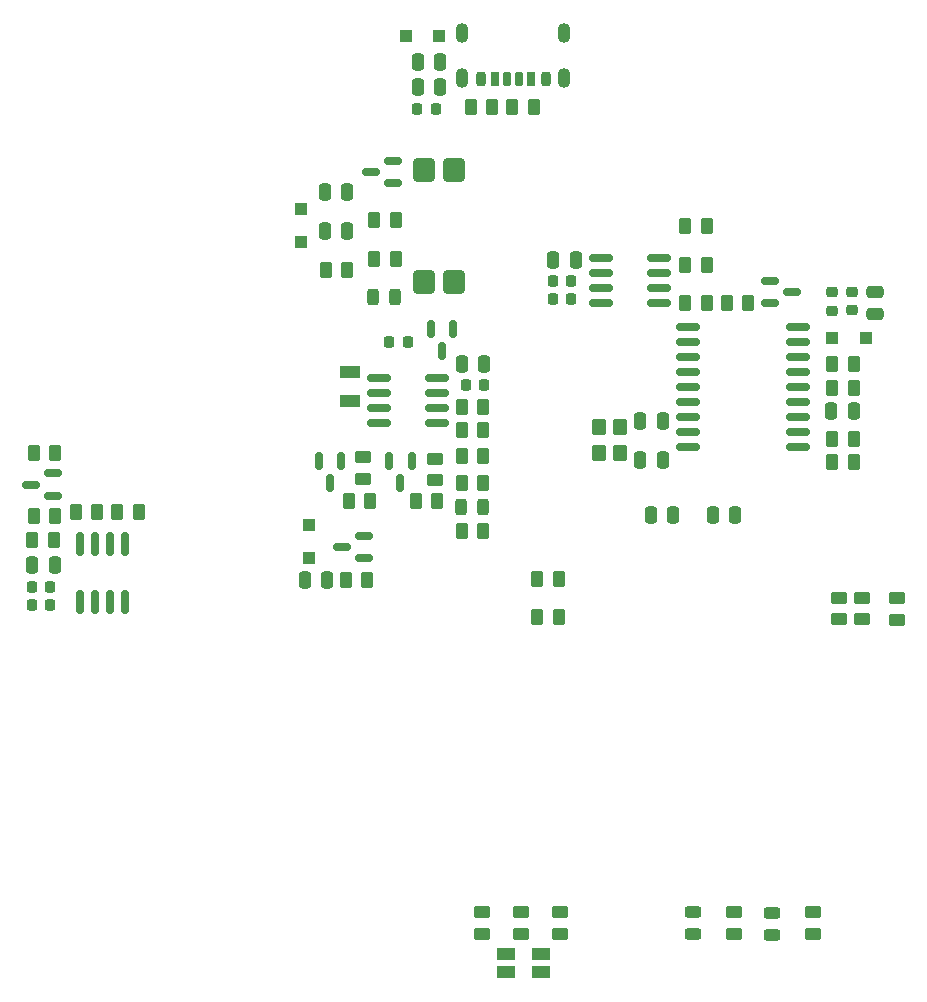
<source format=gbr>
%TF.GenerationSoftware,KiCad,Pcbnew,9.0.6-rc2*%
%TF.CreationDate,2025-10-26T22:09:15+01:00*%
%TF.ProjectId,CAN,43414e2e-6b69-4636-9164-5f7063625858,rev?*%
%TF.SameCoordinates,Original*%
%TF.FileFunction,Paste,Top*%
%TF.FilePolarity,Positive*%
%FSLAX46Y46*%
G04 Gerber Fmt 4.6, Leading zero omitted, Abs format (unit mm)*
G04 Created by KiCad (PCBNEW 9.0.6-rc2) date 2025-10-26 22:09:15*
%MOMM*%
%LPD*%
G01*
G04 APERTURE LIST*
G04 Aperture macros list*
%AMRoundRect*
0 Rectangle with rounded corners*
0 $1 Rounding radius*
0 $2 $3 $4 $5 $6 $7 $8 $9 X,Y pos of 4 corners*
0 Add a 4 corners polygon primitive as box body*
4,1,4,$2,$3,$4,$5,$6,$7,$8,$9,$2,$3,0*
0 Add four circle primitives for the rounded corners*
1,1,$1+$1,$2,$3*
1,1,$1+$1,$4,$5*
1,1,$1+$1,$6,$7*
1,1,$1+$1,$8,$9*
0 Add four rect primitives between the rounded corners*
20,1,$1+$1,$2,$3,$4,$5,0*
20,1,$1+$1,$4,$5,$6,$7,0*
20,1,$1+$1,$6,$7,$8,$9,0*
20,1,$1+$1,$8,$9,$2,$3,0*%
G04 Aperture macros list end*
%ADD10RoundRect,0.225000X0.225000X0.250000X-0.225000X0.250000X-0.225000X-0.250000X0.225000X-0.250000X0*%
%ADD11RoundRect,0.250000X0.250000X0.475000X-0.250000X0.475000X-0.250000X-0.475000X0.250000X-0.475000X0*%
%ADD12RoundRect,0.250000X-0.250000X-0.475000X0.250000X-0.475000X0.250000X0.475000X-0.250000X0.475000X0*%
%ADD13RoundRect,0.250000X0.350000X-0.450000X0.350000X0.450000X-0.350000X0.450000X-0.350000X-0.450000X0*%
%ADD14RoundRect,0.150000X-0.825000X-0.150000X0.825000X-0.150000X0.825000X0.150000X-0.825000X0.150000X0*%
%ADD15RoundRect,0.250000X0.450000X-0.262500X0.450000X0.262500X-0.450000X0.262500X-0.450000X-0.262500X0*%
%ADD16RoundRect,0.249999X0.640001X-0.750001X0.640001X0.750001X-0.640001X0.750001X-0.640001X-0.750001X0*%
%ADD17RoundRect,0.175000X0.175000X0.425000X-0.175000X0.425000X-0.175000X-0.425000X0.175000X-0.425000X0*%
%ADD18RoundRect,0.190000X-0.190000X-0.410000X0.190000X-0.410000X0.190000X0.410000X-0.190000X0.410000X0*%
%ADD19RoundRect,0.200000X-0.200000X-0.400000X0.200000X-0.400000X0.200000X0.400000X-0.200000X0.400000X0*%
%ADD20RoundRect,0.175000X-0.175000X-0.425000X0.175000X-0.425000X0.175000X0.425000X-0.175000X0.425000X0*%
%ADD21RoundRect,0.190000X0.190000X0.410000X-0.190000X0.410000X-0.190000X-0.410000X0.190000X-0.410000X0*%
%ADD22RoundRect,0.200000X0.200000X0.400000X-0.200000X0.400000X-0.200000X-0.400000X0.200000X-0.400000X0*%
%ADD23O,1.100000X1.700000*%
%ADD24RoundRect,0.250000X0.262500X0.450000X-0.262500X0.450000X-0.262500X-0.450000X0.262500X-0.450000X0*%
%ADD25RoundRect,0.250000X0.475000X-0.250000X0.475000X0.250000X-0.475000X0.250000X-0.475000X-0.250000X0*%
%ADD26RoundRect,0.218750X-0.218750X-0.256250X0.218750X-0.256250X0.218750X0.256250X-0.218750X0.256250X0*%
%ADD27RoundRect,0.250000X0.300000X-0.300000X0.300000X0.300000X-0.300000X0.300000X-0.300000X-0.300000X0*%
%ADD28RoundRect,0.150000X0.587500X0.150000X-0.587500X0.150000X-0.587500X-0.150000X0.587500X-0.150000X0*%
%ADD29RoundRect,0.250000X-0.262500X-0.450000X0.262500X-0.450000X0.262500X0.450000X-0.262500X0.450000X0*%
%ADD30RoundRect,0.150000X-0.150000X0.587500X-0.150000X-0.587500X0.150000X-0.587500X0.150000X0.587500X0*%
%ADD31RoundRect,0.250000X-0.450000X0.262500X-0.450000X-0.262500X0.450000X-0.262500X0.450000X0.262500X0*%
%ADD32RoundRect,0.250000X0.300000X0.300000X-0.300000X0.300000X-0.300000X-0.300000X0.300000X-0.300000X0*%
%ADD33RoundRect,0.218750X0.256250X-0.218750X0.256250X0.218750X-0.256250X0.218750X-0.256250X-0.218750X0*%
%ADD34R,1.800000X1.000000*%
%ADD35RoundRect,0.225000X-0.225000X-0.250000X0.225000X-0.250000X0.225000X0.250000X-0.225000X0.250000X0*%
%ADD36R,1.500000X1.100000*%
%ADD37RoundRect,0.150000X0.150000X-0.825000X0.150000X0.825000X-0.150000X0.825000X-0.150000X-0.825000X0*%
%ADD38RoundRect,0.243750X0.243750X0.456250X-0.243750X0.456250X-0.243750X-0.456250X0.243750X-0.456250X0*%
%ADD39RoundRect,0.150000X-0.875000X-0.150000X0.875000X-0.150000X0.875000X0.150000X-0.875000X0.150000X0*%
%ADD40RoundRect,0.243750X0.456250X-0.243750X0.456250X0.243750X-0.456250X0.243750X-0.456250X-0.243750X0*%
%ADD41RoundRect,0.150000X-0.587500X-0.150000X0.587500X-0.150000X0.587500X0.150000X-0.587500X0.150000X0*%
%ADD42RoundRect,0.225000X0.250000X-0.225000X0.250000X0.225000X-0.250000X0.225000X-0.250000X-0.225000X0*%
G04 APERTURE END LIST*
D10*
%TO.C,C6*%
X181850000Y-69200000D03*
X180300000Y-69200000D03*
%TD*%
%TO.C,C8*%
X137752500Y-95100000D03*
X136202500Y-95100000D03*
%TD*%
D11*
%TO.C,C14*%
X161200000Y-94500000D03*
X159300000Y-94500000D03*
%TD*%
D12*
%TO.C,C2*%
X187700000Y-84300000D03*
X189600000Y-84300000D03*
%TD*%
D13*
%TO.C,Y1*%
X185950000Y-83700000D03*
X185950000Y-81500000D03*
X184250000Y-81500000D03*
X184250000Y-83700000D03*
%TD*%
D14*
%TO.C,U4*%
X165550000Y-77390000D03*
X165550000Y-78660000D03*
X165550000Y-79930000D03*
X165550000Y-81200000D03*
X170500000Y-81200000D03*
X170500000Y-79930000D03*
X170500000Y-78660000D03*
X170500000Y-77390000D03*
%TD*%
D15*
%TO.C,R2*%
X206500000Y-97800000D03*
X206500000Y-95975000D03*
%TD*%
D16*
%TO.C,U5*%
X169430000Y-69265000D03*
X171970000Y-69265000D03*
X171970000Y-59735000D03*
X169430000Y-59735000D03*
%TD*%
D12*
%TO.C,C18*%
X168870000Y-50600000D03*
X170770000Y-50600000D03*
%TD*%
D17*
%TO.C,J1*%
X177450000Y-52080000D03*
D18*
X175430000Y-52080000D03*
D19*
X174200000Y-52080000D03*
D20*
X176450000Y-52080000D03*
D21*
X178470000Y-52080000D03*
D22*
X179700000Y-52080000D03*
D23*
X181270000Y-52000000D03*
X181270000Y-48200000D03*
X172630000Y-52000000D03*
X172630000Y-48200000D03*
%TD*%
D24*
%TO.C,R13*%
X145252500Y-88700000D03*
X143427500Y-88700000D03*
%TD*%
D15*
%TO.C,R3*%
X204500000Y-97812500D03*
X204500000Y-95987500D03*
%TD*%
D25*
%TO.C,C4*%
X207600000Y-72000000D03*
X207600000Y-70100000D03*
%TD*%
D11*
%TO.C,C7*%
X182250000Y-67400000D03*
X180350000Y-67400000D03*
%TD*%
D24*
%TO.C,R23*%
X164837500Y-87782500D03*
X163012500Y-87782500D03*
%TD*%
D11*
%TO.C,C1*%
X189600000Y-81000000D03*
X187700000Y-81000000D03*
%TD*%
D26*
%TO.C,L4*%
X166425000Y-74300000D03*
X168000000Y-74300000D03*
%TD*%
D11*
%TO.C,C13*%
X162900000Y-64900000D03*
X161000000Y-64900000D03*
%TD*%
D27*
%TO.C,D8*%
X159700000Y-92600000D03*
X159700000Y-89800000D03*
%TD*%
D24*
%TO.C,R6*%
X205800000Y-76200000D03*
X203975000Y-76200000D03*
%TD*%
D28*
%TO.C,D3*%
X137977500Y-87350000D03*
X137977500Y-85450000D03*
X136102500Y-86400000D03*
%TD*%
D24*
%TO.C,R16*%
X138190000Y-89050000D03*
X136365000Y-89050000D03*
%TD*%
D29*
%TO.C,R21*%
X172600000Y-86300000D03*
X174425000Y-86300000D03*
%TD*%
D30*
%TO.C,Q1*%
X168337500Y-84395000D03*
X166437500Y-84395000D03*
X167387500Y-86270000D03*
%TD*%
D11*
%TO.C,C5*%
X205787500Y-80200000D03*
X203887500Y-80200000D03*
%TD*%
D24*
%TO.C,R35*%
X178670000Y-54400000D03*
X176845000Y-54400000D03*
%TD*%
D15*
%TO.C,R33*%
X174300000Y-124412500D03*
X174300000Y-122587500D03*
%TD*%
D24*
%TO.C,R28*%
X162912500Y-68200000D03*
X161087500Y-68200000D03*
%TD*%
D27*
%TO.C,D7*%
X159000000Y-65900000D03*
X159000000Y-63100000D03*
%TD*%
D26*
%TO.C,L2*%
X180300000Y-70700000D03*
X181875000Y-70700000D03*
%TD*%
D12*
%TO.C,C17*%
X168870000Y-52700000D03*
X170770000Y-52700000D03*
%TD*%
D24*
%TO.C,R18*%
X174425000Y-81795000D03*
X172600000Y-81795000D03*
%TD*%
D29*
%TO.C,R8*%
X191525000Y-64530000D03*
X193350000Y-64530000D03*
%TD*%
%TO.C,R36*%
X173357500Y-54400000D03*
X175182500Y-54400000D03*
%TD*%
D31*
%TO.C,R24*%
X170337500Y-84195000D03*
X170337500Y-86020000D03*
%TD*%
D29*
%TO.C,R4*%
X203975000Y-82500000D03*
X205800000Y-82500000D03*
%TD*%
%TO.C,R10*%
X191525000Y-71030000D03*
X193350000Y-71030000D03*
%TD*%
D32*
%TO.C,D10*%
X170670000Y-48400000D03*
X167870000Y-48400000D03*
%TD*%
D29*
%TO.C,R5*%
X203962500Y-84500000D03*
X205787500Y-84500000D03*
%TD*%
D12*
%TO.C,C11*%
X172575000Y-76195000D03*
X174475000Y-76195000D03*
%TD*%
D29*
%TO.C,R12*%
X139915000Y-88700000D03*
X141740000Y-88700000D03*
%TD*%
D24*
%TO.C,R14*%
X138052500Y-91100000D03*
X136227500Y-91100000D03*
%TD*%
%TO.C,R11*%
X196862500Y-71030000D03*
X195037500Y-71030000D03*
%TD*%
D29*
%TO.C,R25*%
X168712500Y-87795000D03*
X170537500Y-87795000D03*
%TD*%
D24*
%TO.C,R20*%
X174425000Y-90300000D03*
X172600000Y-90300000D03*
%TD*%
D26*
%TO.C,L3*%
X136190000Y-96600000D03*
X137765000Y-96600000D03*
%TD*%
D31*
%TO.C,R22*%
X164200000Y-84100000D03*
X164200000Y-85925000D03*
%TD*%
D15*
%TO.C,R34*%
X180900000Y-124412500D03*
X180900000Y-122587500D03*
%TD*%
D33*
%TO.C,L1*%
X203900000Y-71687500D03*
X203900000Y-70112500D03*
%TD*%
D30*
%TO.C,D4*%
X171875000Y-73257500D03*
X169975000Y-73257500D03*
X170925000Y-75132500D03*
%TD*%
D24*
%TO.C,R27*%
X180812500Y-97600000D03*
X178987500Y-97600000D03*
%TD*%
D11*
%TO.C,C16*%
X190500000Y-89000000D03*
X188600000Y-89000000D03*
%TD*%
D29*
%TO.C,R19*%
X172600000Y-84000000D03*
X174425000Y-84000000D03*
%TD*%
%TO.C,R15*%
X136365000Y-83750000D03*
X138190000Y-83750000D03*
%TD*%
D34*
%TO.C,Y2*%
X163100000Y-79345000D03*
X163100000Y-76845000D03*
%TD*%
D35*
%TO.C,C10*%
X172935000Y-77995000D03*
X174485000Y-77995000D03*
%TD*%
D29*
%TO.C,R7*%
X203962500Y-78200000D03*
X205787500Y-78200000D03*
%TD*%
D15*
%TO.C,R1*%
X209400000Y-97825000D03*
X209400000Y-96000000D03*
%TD*%
D36*
%TO.C,D9*%
X179300000Y-127637500D03*
X176300000Y-127637500D03*
X176300000Y-126137500D03*
X179300000Y-126137500D03*
%TD*%
D26*
%TO.C,L5*%
X168795000Y-54575000D03*
X170370000Y-54575000D03*
%TD*%
D28*
%TO.C,Q3*%
X166800000Y-60900000D03*
X166800000Y-59000000D03*
X164925000Y-59950000D03*
%TD*%
D37*
%TO.C,U3*%
X140260000Y-96375000D03*
X141530000Y-96375000D03*
X142800000Y-96375000D03*
X144070000Y-96375000D03*
X144070000Y-91425000D03*
X142800000Y-91425000D03*
X141530000Y-91425000D03*
X140260000Y-91425000D03*
%TD*%
D29*
%TO.C,R26*%
X178987500Y-94400000D03*
X180812500Y-94400000D03*
%TD*%
%TO.C,R31*%
X162775000Y-94500000D03*
X164600000Y-94500000D03*
%TD*%
D38*
%TO.C,D6*%
X166937500Y-70500000D03*
X165062500Y-70500000D03*
%TD*%
D30*
%TO.C,Q2*%
X162400000Y-84382500D03*
X160500000Y-84382500D03*
X161450000Y-86257500D03*
%TD*%
D15*
%TO.C,R32*%
X177600000Y-124412500D03*
X177600000Y-122587500D03*
%TD*%
D39*
%TO.C,U1*%
X191750000Y-73020000D03*
X191750000Y-74290000D03*
X191750000Y-75560000D03*
X191750000Y-76830000D03*
X191750000Y-78100000D03*
X191750000Y-79370000D03*
X191750000Y-80640000D03*
X191750000Y-81910000D03*
X191750000Y-83180000D03*
X201050000Y-83180000D03*
X201050000Y-81910000D03*
X201050000Y-80640000D03*
X201050000Y-79370000D03*
X201050000Y-78100000D03*
X201050000Y-76830000D03*
X201050000Y-75560000D03*
X201050000Y-74290000D03*
X201050000Y-73020000D03*
%TD*%
D14*
%TO.C,U2*%
X184375000Y-67225000D03*
X184375000Y-68495000D03*
X184375000Y-69765000D03*
X184375000Y-71035000D03*
X189325000Y-71035000D03*
X189325000Y-69765000D03*
X189325000Y-68495000D03*
X189325000Y-67225000D03*
%TD*%
D12*
%TO.C,C15*%
X193850000Y-89000000D03*
X195750000Y-89000000D03*
%TD*%
D15*
%TO.C,R37*%
X195600000Y-124412500D03*
X195600000Y-122587500D03*
%TD*%
D11*
%TO.C,C12*%
X162900000Y-61600000D03*
X161000000Y-61600000D03*
%TD*%
D40*
%TO.C,D11*%
X192200000Y-124475000D03*
X192200000Y-122600000D03*
%TD*%
D29*
%TO.C,R30*%
X165175000Y-67300000D03*
X167000000Y-67300000D03*
%TD*%
D11*
%TO.C,C9*%
X138127500Y-93200000D03*
X136227500Y-93200000D03*
%TD*%
D28*
%TO.C,Q7*%
X164337500Y-92650000D03*
X164337500Y-90750000D03*
X162462500Y-91700000D03*
%TD*%
D38*
%TO.C,D5*%
X174425000Y-88300000D03*
X172550000Y-88300000D03*
%TD*%
D29*
%TO.C,R9*%
X191525000Y-67830000D03*
X193350000Y-67830000D03*
%TD*%
D41*
%TO.C,D2*%
X198650000Y-69130000D03*
X198650000Y-71030000D03*
X200525000Y-70080000D03*
%TD*%
D15*
%TO.C,R38*%
X202300000Y-124425000D03*
X202300000Y-122600000D03*
%TD*%
D32*
%TO.C,D1*%
X206775000Y-74000000D03*
X203975000Y-74000000D03*
%TD*%
D24*
%TO.C,R17*%
X174425000Y-79795000D03*
X172600000Y-79795000D03*
%TD*%
D40*
%TO.C,D12*%
X198900000Y-124537500D03*
X198900000Y-122662500D03*
%TD*%
D42*
%TO.C,C3*%
X205600000Y-71650000D03*
X205600000Y-70100000D03*
%TD*%
D29*
%TO.C,R29*%
X165187500Y-64000000D03*
X167012500Y-64000000D03*
%TD*%
M02*

</source>
